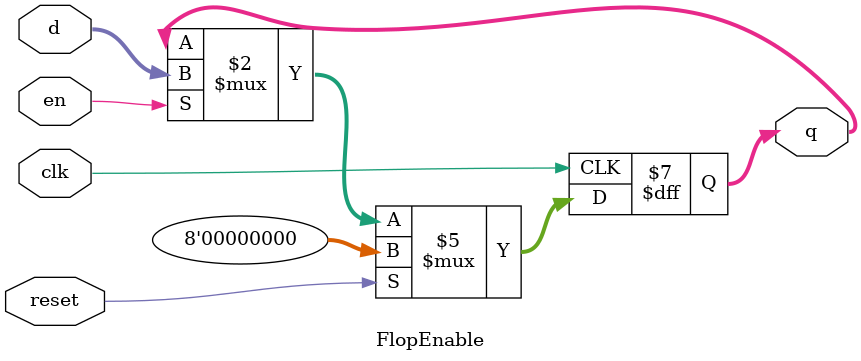
<source format=sv>
/**
 * イネーブル付きフリップ・フロップ
 * (リセット機能付き)
 */
module FlopEnable
  #(parameter WIDTH = 8)	// 入力ビット幅
   (input logic clk, reset, en,	// クロック、リセット、イネーブル
    input logic [WIDTH - 1:0]  d, // 入力
    output logic [WIDTH - 1:0] q); // 出力

   always_ff @(posedge clk)
     if (reset) q <= 0;
     else if (en) q <= d;

endmodule // FlopEnable

</source>
